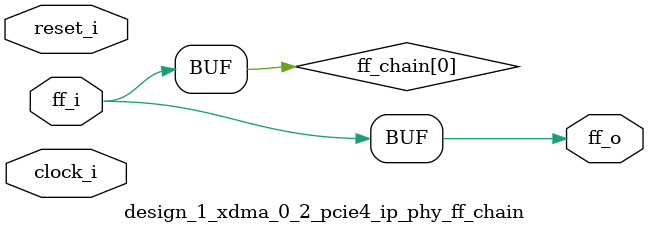
<source format=v>
/*****************************************************************************
** Description:
**    Flop Chain
**
******************************************************************************/

`timescale 1ps/1ps

`define AS_PHYREG(clk, reset, q, d, rstval)  \
   always @(posedge clk or posedge reset) begin \
      if (reset) \
         q  <= #(TCQ)   rstval;  \
      else  \
         q  <= #(TCQ)   d; \
   end

`define PHYREG(clk, reset, q, d, rstval)  \
   always @(posedge clk) begin \
      if (reset) \
         q  <= #(TCQ)   rstval;  \
      else  \
         q  <= #(TCQ)   d; \
   end

(* DowngradeIPIdentifiedWarnings = "yes" *)
module design_1_xdma_0_2_pcie4_ip_phy_ff_chain #(
   // Parameters
   parameter integer PIPELINE_STAGES   = 0,        // 0 = no pipeline; 1 = 1 stage; 2 = 2 stages; 3 = 3 stages
   parameter         ASYNC             = "FALSE",
   parameter integer FF_WIDTH          = 1,
   parameter integer RST_VAL           = 0,
   parameter integer TCQ               = 1
)  (   
   input  wire                         clock_i,          
   input  wire                         reset_i,           
   input  wire [FF_WIDTH-1:0]          ff_i,            
   output wire [FF_WIDTH-1:0]          ff_o        
   );

   genvar   var_i;

   reg   [FF_WIDTH-1:0]          ff_chain [PIPELINE_STAGES:0];

   always @(*) ff_chain[0] = ff_i;

generate
   if (PIPELINE_STAGES > 0) begin:  with_ff_chain
      for (var_i = 0; var_i < PIPELINE_STAGES; var_i = var_i + 1) begin: ff_chain_gen
         if (ASYNC == "TRUE") begin: async_rst
            `AS_PHYREG(clock_i, reset_i, ff_chain[var_i+1], ff_chain[var_i], RST_VAL)
         end else begin: sync_rst
            `PHYREG(clock_i, reset_i, ff_chain[var_i+1], ff_chain[var_i], RST_VAL)
         end
      end
   end
endgenerate

   assign ff_o = ff_chain[PIPELINE_STAGES];

endmodule

</source>
